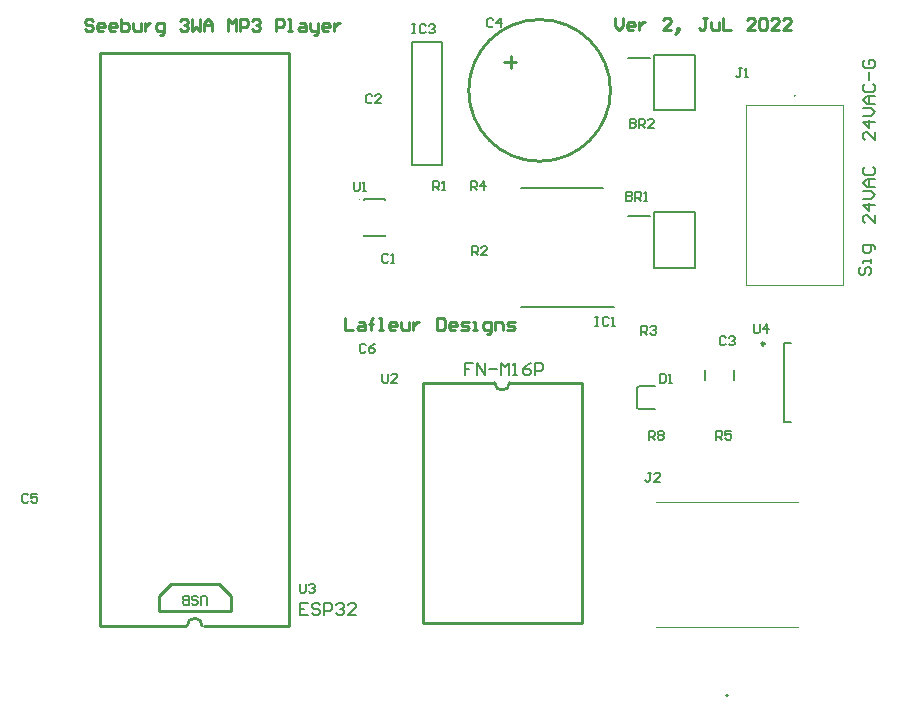
<source format=gto>
G04*
G04 #@! TF.GenerationSoftware,Altium Limited,Altium Designer,19.1.8 (144)*
G04*
G04 Layer_Color=65535*
%FSLAX44Y44*%
%MOMM*%
G71*
G01*
G75*
%ADD10C,0.2500*%
%ADD11C,0.2000*%
%ADD12C,0.1000*%
%ADD13C,0.2540*%
%ADD14C,0.1270*%
%ADD15C,0.2032*%
D10*
X641330Y248760D02*
G03*
X641330Y248760I-1250J0D01*
G01*
D11*
X667250Y458950D02*
G03*
X667250Y458950I-500J0D01*
G01*
X609600Y-50100D02*
G03*
X609600Y-48100I0J1000D01*
G01*
D02*
G03*
X609600Y-50100I0J-1000D01*
G01*
X657580Y249460D02*
X664080D01*
X657580Y182460D02*
Y249460D01*
Y182460D02*
X664080D01*
X547650Y493400D02*
X582650D01*
Y446400D02*
Y493400D01*
X547650Y446400D02*
X582650D01*
X547650D02*
Y493400D01*
X525650Y490650D02*
X544150D01*
X591250Y218250D02*
Y226250D01*
X615250Y218250D02*
Y226250D01*
X534924Y213106D02*
X548432D01*
X533400Y211582D02*
X534924Y213106D01*
X534874Y193344D02*
X548282D01*
X533400Y194818D02*
X534874Y193344D01*
X533400Y194818D02*
Y211582D01*
X435400Y279900D02*
X514000D01*
X435400Y380500D02*
X504400D01*
X302150Y340100D02*
Y340600D01*
X320150Y340100D02*
Y340600D01*
X302150Y370600D02*
Y371100D01*
X320150Y370600D02*
Y371100D01*
X302150D02*
X320150D01*
X302150Y340100D02*
X320150D01*
X368300Y400050D02*
Y504190D01*
X342900Y400050D02*
Y504190D01*
Y400050D02*
X368300D01*
X342900Y504190D02*
X368300D01*
X547650Y360050D02*
X582650D01*
Y313050D02*
Y360050D01*
X547650Y313050D02*
X582650D01*
X547650D02*
Y360050D01*
X525650Y357300D02*
X544150D01*
D12*
X298650Y370850D02*
G03*
X298650Y370850I-500J0D01*
G01*
X707500Y298450D02*
Y450850D01*
X626000Y298450D02*
X707500D01*
X626000D02*
Y450850D01*
X707500D01*
X549600Y114900D02*
X669600D01*
X549600Y8900D02*
X669600D01*
D13*
X412750Y215900D02*
G03*
X425450Y215900I6350J0D01*
G01*
X165100Y9800D02*
G03*
X152400Y9800I-6350J360D01*
G01*
X510850Y463296D02*
G03*
X510850Y463296I-60000J0D01*
G01*
X351790Y12700D02*
Y215900D01*
Y12700D02*
X486410D01*
Y215900D01*
X425450D02*
X486410D01*
X351790D02*
X412750D01*
X138430Y45720D02*
X179070D01*
X128270Y35560D02*
X138430Y45720D01*
X128270Y22860D02*
Y35560D01*
X189230Y22860D02*
Y35560D01*
X179070Y45720D02*
X189230Y35560D01*
X128270Y22860D02*
X189230D01*
X166370Y10160D02*
X185420D01*
X238760D02*
Y495300D01*
X103505D02*
X196215D01*
X78740Y10160D02*
Y495300D01*
Y10160D02*
X151130D01*
X185420D02*
X238760D01*
X196215Y495300D02*
X238760D01*
X78740D02*
X103505D01*
X426212Y482346D02*
Y492506D01*
X420878Y487426D02*
X431038D01*
X72303Y521881D02*
X70610Y523574D01*
X67225D01*
X65532Y521881D01*
Y520189D01*
X67225Y518496D01*
X70610D01*
X72303Y516803D01*
Y515110D01*
X70610Y513418D01*
X67225D01*
X65532Y515110D01*
X80767Y513418D02*
X77382D01*
X75689Y515110D01*
Y518496D01*
X77382Y520189D01*
X80767D01*
X82460Y518496D01*
Y516803D01*
X75689D01*
X90924Y513418D02*
X87538D01*
X85845Y515110D01*
Y518496D01*
X87538Y520189D01*
X90924D01*
X92617Y518496D01*
Y516803D01*
X85845D01*
X96002Y523574D02*
Y513418D01*
X101081D01*
X102773Y515110D01*
Y516803D01*
Y518496D01*
X101081Y520189D01*
X96002D01*
X106159D02*
Y515110D01*
X107852Y513418D01*
X112930D01*
Y520189D01*
X116316D02*
Y513418D01*
Y516803D01*
X118008Y518496D01*
X119701Y520189D01*
X121394D01*
X129858Y510032D02*
X131551D01*
X133244Y511725D01*
Y520189D01*
X128165D01*
X126472Y518496D01*
Y515110D01*
X128165Y513418D01*
X133244D01*
X146786Y521881D02*
X148479Y523574D01*
X151864D01*
X153557Y521881D01*
Y520189D01*
X151864Y518496D01*
X150171D01*
X151864D01*
X153557Y516803D01*
Y515110D01*
X151864Y513418D01*
X148479D01*
X146786Y515110D01*
X156943Y523574D02*
Y513418D01*
X160328Y516803D01*
X163714Y513418D01*
Y523574D01*
X167099Y513418D02*
Y520189D01*
X170485Y523574D01*
X173870Y520189D01*
Y513418D01*
Y518496D01*
X167099D01*
X187413Y513418D02*
Y523574D01*
X190798Y520189D01*
X194184Y523574D01*
Y513418D01*
X197569D02*
Y523574D01*
X202648D01*
X204340Y521881D01*
Y518496D01*
X202648Y516803D01*
X197569D01*
X207726Y521881D02*
X209419Y523574D01*
X212805D01*
X214497Y521881D01*
Y520189D01*
X212805Y518496D01*
X211112D01*
X212805D01*
X214497Y516803D01*
Y515110D01*
X212805Y513418D01*
X209419D01*
X207726Y515110D01*
X228040Y513418D02*
Y523574D01*
X233118D01*
X234811Y521881D01*
Y518496D01*
X233118Y516803D01*
X228040D01*
X238196Y513418D02*
X241582D01*
X239889D01*
Y523574D01*
X238196D01*
X248353Y520189D02*
X251739D01*
X253431Y518496D01*
Y513418D01*
X248353D01*
X246660Y515110D01*
X248353Y516803D01*
X253431D01*
X256817Y520189D02*
Y515110D01*
X258510Y513418D01*
X263588D01*
Y511725D01*
X261895Y510032D01*
X260203D01*
X263588Y513418D02*
Y520189D01*
X272052Y513418D02*
X268666D01*
X266974Y515110D01*
Y518496D01*
X268666Y520189D01*
X272052D01*
X273745Y518496D01*
Y516803D01*
X266974D01*
X277130Y520189D02*
Y513418D01*
Y516803D01*
X278823Y518496D01*
X280516Y520189D01*
X282209D01*
X514350Y524507D02*
Y517736D01*
X517736Y514350D01*
X521121Y517736D01*
Y524507D01*
X529585Y514350D02*
X526199D01*
X524507Y516043D01*
Y519428D01*
X526199Y521121D01*
X529585D01*
X531278Y519428D01*
Y517736D01*
X524507D01*
X534663Y521121D02*
Y514350D01*
Y517736D01*
X536356Y519428D01*
X538049Y521121D01*
X539742D01*
X561748Y514350D02*
X554977D01*
X561748Y521121D01*
Y522814D01*
X560055Y524507D01*
X556670D01*
X554977Y522814D01*
X566826Y512657D02*
X568519Y514350D01*
Y516043D01*
X566826D01*
Y514350D01*
X568519D01*
X566826Y512657D01*
X565134Y510964D01*
X592218Y524507D02*
X588833D01*
X590525D01*
Y516043D01*
X588833Y514350D01*
X587140D01*
X585447Y516043D01*
X595604Y521121D02*
Y516043D01*
X597297Y514350D01*
X602375D01*
Y521121D01*
X605760Y524507D02*
Y514350D01*
X612532D01*
X632845D02*
X626074D01*
X632845Y521121D01*
Y522814D01*
X631152Y524507D01*
X627767D01*
X626074Y522814D01*
X636231D02*
X637924Y524507D01*
X641309D01*
X643002Y522814D01*
Y516043D01*
X641309Y514350D01*
X637924D01*
X636231Y516043D01*
Y522814D01*
X653158Y514350D02*
X646387D01*
X653158Y521121D01*
Y522814D01*
X651466Y524507D01*
X648080D01*
X646387Y522814D01*
X663315Y514350D02*
X656544D01*
X663315Y521121D01*
Y522814D01*
X661622Y524507D01*
X658237D01*
X656544Y522814D01*
X285750Y270507D02*
Y260350D01*
X292521D01*
X297600Y267121D02*
X300985D01*
X302678Y265428D01*
Y260350D01*
X297600D01*
X295907Y262043D01*
X297600Y263736D01*
X302678D01*
X307756Y260350D02*
Y268814D01*
Y265428D01*
X306063D01*
X309449D01*
X307756D01*
Y268814D01*
X309449Y270507D01*
X314527Y260350D02*
X317913D01*
X316220D01*
Y270507D01*
X314527D01*
X328070Y260350D02*
X324684D01*
X322991Y262043D01*
Y265428D01*
X324684Y267121D01*
X328070D01*
X329762Y265428D01*
Y263736D01*
X322991D01*
X333148Y267121D02*
Y262043D01*
X334841Y260350D01*
X339919D01*
Y267121D01*
X343305D02*
Y260350D01*
Y263736D01*
X344998Y265428D01*
X346690Y267121D01*
X348383D01*
X363618Y270507D02*
Y260350D01*
X368697D01*
X370389Y262043D01*
Y268814D01*
X368697Y270507D01*
X363618D01*
X378853Y260350D02*
X375468D01*
X373775Y262043D01*
Y265428D01*
X375468Y267121D01*
X378853D01*
X380546Y265428D01*
Y263736D01*
X373775D01*
X383932Y260350D02*
X389010D01*
X390703Y262043D01*
X389010Y263736D01*
X385625D01*
X383932Y265428D01*
X385625Y267121D01*
X390703D01*
X394088Y260350D02*
X397474D01*
X395781D01*
Y267121D01*
X394088D01*
X405938Y256964D02*
X407631D01*
X409324Y258657D01*
Y267121D01*
X404245D01*
X402552Y265428D01*
Y262043D01*
X404245Y260350D01*
X409324D01*
X412709D02*
Y267121D01*
X417787D01*
X419480Y265428D01*
Y260350D01*
X422866D02*
X427944D01*
X429637Y262043D01*
X427944Y263736D01*
X424559D01*
X422866Y265428D01*
X424559Y267121D01*
X429637D01*
D14*
X527050Y439417D02*
Y431800D01*
X530859D01*
X532128Y433070D01*
Y434339D01*
X530859Y435609D01*
X527050D01*
X530859D01*
X532128Y436878D01*
Y438148D01*
X530859Y439417D01*
X527050D01*
X534668Y431800D02*
Y439417D01*
X538476D01*
X539746Y438148D01*
Y435609D01*
X538476Y434339D01*
X534668D01*
X537207D02*
X539746Y431800D01*
X547363D02*
X542285D01*
X547363Y436878D01*
Y438148D01*
X546094Y439417D01*
X543555D01*
X542285Y438148D01*
X608328Y253998D02*
X607059Y255268D01*
X604520D01*
X603250Y253998D01*
Y248920D01*
X604520Y247650D01*
X607059D01*
X608328Y248920D01*
X610868Y253998D02*
X612137Y255268D01*
X614676D01*
X615946Y253998D01*
Y252728D01*
X614676Y251459D01*
X613407D01*
X614676D01*
X615946Y250189D01*
Y248920D01*
X614676Y247650D01*
X612137D01*
X610868Y248920D01*
X303528Y247648D02*
X302259Y248918D01*
X299720D01*
X298450Y247648D01*
Y242570D01*
X299720Y241300D01*
X302259D01*
X303528Y242570D01*
X311146Y248918D02*
X308607Y247648D01*
X306068Y245109D01*
Y242570D01*
X307337Y241300D01*
X309876D01*
X311146Y242570D01*
Y243839D01*
X309876Y245109D01*
X306068D01*
X552450Y223517D02*
Y215900D01*
X556259D01*
X557528Y217170D01*
Y222248D01*
X556259Y223517D01*
X552450D01*
X560067Y215900D02*
X562607D01*
X561337D01*
Y223517D01*
X560067Y222248D01*
X497840Y271777D02*
X500379D01*
X499110D01*
Y264160D01*
X497840D01*
X500379D01*
X509266Y270508D02*
X507997Y271777D01*
X505457D01*
X504188Y270508D01*
Y265430D01*
X505457Y264160D01*
X507997D01*
X509266Y265430D01*
X511805Y264160D02*
X514345D01*
X513075D01*
Y271777D01*
X511805Y270508D01*
X622044Y482090D02*
X619505D01*
X620775D01*
Y475742D01*
X619505Y474472D01*
X618236D01*
X616966Y475742D01*
X624584Y474472D02*
X627123D01*
X625853D01*
Y482090D01*
X624584Y480820D01*
X545336Y139444D02*
X542797D01*
X544067D01*
Y133096D01*
X542797Y131826D01*
X541528D01*
X540258Y133096D01*
X552954Y131826D02*
X547876D01*
X552954Y136904D01*
Y138174D01*
X551684Y139444D01*
X549145D01*
X547876Y138174D01*
X543052Y167386D02*
Y175004D01*
X546861D01*
X548130Y173734D01*
Y171195D01*
X546861Y169925D01*
X543052D01*
X545591D02*
X548130Y167386D01*
X550670Y173734D02*
X551939Y175004D01*
X554478D01*
X555748Y173734D01*
Y172464D01*
X554478Y171195D01*
X555748Y169925D01*
Y168656D01*
X554478Y167386D01*
X551939D01*
X550670Y168656D01*
Y169925D01*
X551939Y171195D01*
X550670Y172464D01*
Y173734D01*
X551939Y171195D02*
X554478D01*
X293370Y386077D02*
Y379730D01*
X294640Y378460D01*
X297179D01*
X298448Y379730D01*
Y386077D01*
X300987Y378460D02*
X303527D01*
X302257D01*
Y386077D01*
X300987Y384808D01*
X343154Y519174D02*
X345693D01*
X344424D01*
Y511556D01*
X343154D01*
X345693D01*
X354580Y517904D02*
X353311Y519174D01*
X350771D01*
X349502Y517904D01*
Y512826D01*
X350771Y511556D01*
X353311D01*
X354580Y512826D01*
X357119Y517904D02*
X358389Y519174D01*
X360928D01*
X362198Y517904D01*
Y516634D01*
X360928Y515365D01*
X359659D01*
X360928D01*
X362198Y514095D01*
Y512826D01*
X360928Y511556D01*
X358389D01*
X357119Y512826D01*
X317500Y223517D02*
Y217170D01*
X318770Y215900D01*
X321309D01*
X322578Y217170D01*
Y223517D01*
X330196Y215900D02*
X325117D01*
X330196Y220978D01*
Y222248D01*
X328926Y223517D01*
X326387D01*
X325117Y222248D01*
X247650Y45718D02*
Y39370D01*
X248920Y38100D01*
X251459D01*
X252728Y39370D01*
Y45718D01*
X255268Y44448D02*
X256537Y45718D01*
X259076D01*
X260346Y44448D01*
Y43178D01*
X259076Y41909D01*
X257807D01*
X259076D01*
X260346Y40639D01*
Y39370D01*
X259076Y38100D01*
X256537D01*
X255268Y39370D01*
X168910Y27943D02*
Y34290D01*
X167640Y35560D01*
X165101D01*
X163832Y34290D01*
Y27943D01*
X156214Y29212D02*
X157484Y27943D01*
X160023D01*
X161292Y29212D01*
Y30482D01*
X160023Y31751D01*
X157484D01*
X156214Y33021D01*
Y34290D01*
X157484Y35560D01*
X160023D01*
X161292Y34290D01*
X153675Y27943D02*
Y35560D01*
X149866D01*
X148597Y34290D01*
Y33021D01*
X149866Y31751D01*
X153675D01*
X149866D01*
X148597Y30482D01*
Y29212D01*
X149866Y27943D01*
X153675D01*
X411480Y523239D02*
X410211Y524509D01*
X407672D01*
X406402Y523239D01*
Y518161D01*
X407672Y516891D01*
X410211D01*
X411480Y518161D01*
X417828Y516891D02*
Y524509D01*
X414020Y520700D01*
X419098D01*
X632206Y265173D02*
Y258826D01*
X633476Y257556D01*
X636015D01*
X637284Y258826D01*
Y265173D01*
X643632Y257556D02*
Y265173D01*
X639823Y261365D01*
X644902D01*
X600202Y167386D02*
Y175004D01*
X604011D01*
X605280Y173734D01*
Y171195D01*
X604011Y169925D01*
X600202D01*
X602741D02*
X605280Y167386D01*
X612898Y175004D02*
X607820D01*
Y171195D01*
X610359Y172464D01*
X611628D01*
X612898Y171195D01*
Y168656D01*
X611628Y167386D01*
X609089D01*
X607820Y168656D01*
X392684Y378968D02*
Y386586D01*
X396493D01*
X397762Y385316D01*
Y382777D01*
X396493Y381507D01*
X392684D01*
X395223D02*
X397762Y378968D01*
X404110D02*
Y386586D01*
X400302Y382777D01*
X405380D01*
X393700Y323850D02*
Y331468D01*
X397509D01*
X398778Y330198D01*
Y327659D01*
X397509Y326389D01*
X393700D01*
X396239D02*
X398778Y323850D01*
X406396D02*
X401317D01*
X406396Y328928D01*
Y330198D01*
X405126Y331468D01*
X402587D01*
X401317Y330198D01*
X536702Y256286D02*
Y263904D01*
X540511D01*
X541780Y262634D01*
Y260095D01*
X540511Y258825D01*
X536702D01*
X539241D02*
X541780Y256286D01*
X544319Y262634D02*
X545589Y263904D01*
X548128D01*
X549398Y262634D01*
Y261364D01*
X548128Y260095D01*
X546859D01*
X548128D01*
X549398Y258825D01*
Y257556D01*
X548128Y256286D01*
X545589D01*
X544319Y257556D01*
X360934Y378968D02*
Y386586D01*
X364743D01*
X366012Y385316D01*
Y382777D01*
X364743Y381507D01*
X360934D01*
X363473D02*
X366012Y378968D01*
X368551D02*
X371091D01*
X369821D01*
Y386586D01*
X368551Y385316D01*
X17778Y120648D02*
X16509Y121917D01*
X13970D01*
X12700Y120648D01*
Y115570D01*
X13970Y114300D01*
X16509D01*
X17778Y115570D01*
X25396Y121917D02*
X20317D01*
Y118109D01*
X22857Y119378D01*
X24126D01*
X25396Y118109D01*
Y115570D01*
X24126Y114300D01*
X21587D01*
X20317Y115570D01*
X309116Y458976D02*
X307847Y460246D01*
X305308D01*
X304038Y458976D01*
Y453898D01*
X305308Y452628D01*
X307847D01*
X309116Y453898D01*
X316734Y452628D02*
X311656D01*
X316734Y457706D01*
Y458976D01*
X315464Y460246D01*
X312925D01*
X311656Y458976D01*
X322578Y323848D02*
X321309Y325117D01*
X318770D01*
X317500Y323848D01*
Y318770D01*
X318770Y317500D01*
X321309D01*
X322578Y318770D01*
X325117Y317500D02*
X327657D01*
X326387D01*
Y325117D01*
X325117Y323848D01*
X524256Y377696D02*
Y370078D01*
X528065D01*
X529334Y371348D01*
Y372617D01*
X528065Y373887D01*
X524256D01*
X528065D01*
X529334Y375156D01*
Y376426D01*
X528065Y377696D01*
X524256D01*
X531874Y370078D02*
Y377696D01*
X535682D01*
X536952Y376426D01*
Y373887D01*
X535682Y372617D01*
X531874D01*
X534413D02*
X536952Y370078D01*
X539491D02*
X542030D01*
X540761D01*
Y377696D01*
X539491Y376426D01*
D15*
X394121Y232407D02*
X387350D01*
Y227328D01*
X390736D01*
X387350D01*
Y222250D01*
X397507D02*
Y232407D01*
X404278Y222250D01*
Y232407D01*
X407663Y227328D02*
X414435D01*
X417820Y222250D02*
Y232407D01*
X421206Y229021D01*
X424591Y232407D01*
Y222250D01*
X427977D02*
X431362D01*
X429670D01*
Y232407D01*
X427977Y230714D01*
X443212Y232407D02*
X439826Y230714D01*
X436441Y227328D01*
Y223943D01*
X438134Y222250D01*
X441519D01*
X443212Y223943D01*
Y225636D01*
X441519Y227328D01*
X436441D01*
X446598Y222250D02*
Y232407D01*
X451676D01*
X453369Y230714D01*
Y227328D01*
X451676Y225636D01*
X446598D01*
X254421Y29207D02*
X247650D01*
Y19050D01*
X254421D01*
X247650Y24128D02*
X251036D01*
X264578Y27514D02*
X262885Y29207D01*
X259499D01*
X257807Y27514D01*
Y25821D01*
X259499Y24128D01*
X262885D01*
X264578Y22436D01*
Y20743D01*
X262885Y19050D01*
X259499D01*
X257807Y20743D01*
X267963Y19050D02*
Y29207D01*
X273042D01*
X274735Y27514D01*
Y24128D01*
X273042Y22436D01*
X267963D01*
X278120Y27514D02*
X279813Y29207D01*
X283199D01*
X284891Y27514D01*
Y25821D01*
X283199Y24128D01*
X281506D01*
X283199D01*
X284891Y22436D01*
Y20743D01*
X283199Y19050D01*
X279813D01*
X278120Y20743D01*
X295048Y19050D02*
X288277D01*
X295048Y25821D01*
Y27514D01*
X293355Y29207D01*
X289970D01*
X288277Y27514D01*
X722719Y313603D02*
X721026Y311910D01*
Y308525D01*
X722719Y306832D01*
X724411D01*
X726104Y308525D01*
Y311910D01*
X727797Y313603D01*
X729490D01*
X731182Y311910D01*
Y308525D01*
X729490Y306832D01*
X731182Y316989D02*
Y320374D01*
Y318682D01*
X724411D01*
Y316989D01*
X734568Y328838D02*
Y330531D01*
X732875Y332224D01*
X724411D01*
Y327145D01*
X726104Y325453D01*
X729490D01*
X731182Y327145D01*
Y332224D01*
X734568Y358053D02*
Y351282D01*
X727797Y358053D01*
X726104D01*
X724411Y356360D01*
Y352975D01*
X726104Y351282D01*
X734568Y366517D02*
X724411D01*
X729490Y361439D01*
Y368210D01*
X724411Y371595D02*
X731182D01*
X734568Y374981D01*
X731182Y378367D01*
X724411D01*
X734568Y381752D02*
X727797D01*
X724411Y385138D01*
X727797Y388523D01*
X734568D01*
X729490D01*
Y381752D01*
X726104Y398680D02*
X724411Y396987D01*
Y393602D01*
X726104Y391909D01*
X732875D01*
X734568Y393602D01*
Y396987D01*
X732875Y398680D01*
X734568Y427903D02*
Y421132D01*
X727797Y427903D01*
X726104D01*
X724411Y426210D01*
Y422825D01*
X726104Y421132D01*
X734568Y436367D02*
X724411D01*
X729490Y431289D01*
Y438060D01*
X724411Y441445D02*
X731182D01*
X734568Y444831D01*
X731182Y448217D01*
X724411D01*
X734568Y451602D02*
X727797D01*
X724411Y454988D01*
X727797Y458373D01*
X734568D01*
X729490D01*
Y451602D01*
X726104Y468530D02*
X724411Y466837D01*
Y463452D01*
X726104Y461759D01*
X732875D01*
X734568Y463452D01*
Y466837D01*
X732875Y468530D01*
X729490Y471916D02*
Y478687D01*
X726104Y488843D02*
X724411Y487151D01*
Y483765D01*
X726104Y482072D01*
X732875D01*
X734568Y483765D01*
Y487151D01*
X732875Y488843D01*
X729490D01*
Y485458D01*
M02*

</source>
